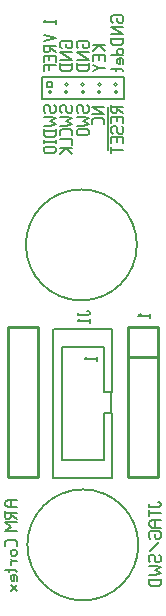
<source format=gbr>
G04 start of page 10 for group -4078 idx -4078 *
G04 Title: (unknown), bottomsilk *
G04 Creator: pcb 20140316 *
G04 CreationDate: Wed 10 Feb 2021 06:13:12 PM GMT UTC *
G04 For: tom *
G04 Format: Gerber/RS-274X *
G04 PCB-Dimensions (mil): 600.00 2100.00 *
G04 PCB-Coordinate-Origin: lower left *
%MOIN*%
%FSLAX25Y25*%
%LNBOTTOMSILK*%
%ADD62C,0.0100*%
%ADD61C,0.0060*%
G54D61*X16500Y173500D02*Y180860D01*
X16570Y180930D01*
X19800Y177700D02*Y179300D01*
X18200D01*
Y177700D01*
X19800D01*
X38500Y171000D02*Y156500D01*
X43570Y180930D02*Y173570D01*
X43500Y173500D01*
X43570Y180930D02*X43070D01*
X43350D02*X16570D01*
X16500Y173500D02*X43500D01*
X24500Y179000D02*G75*G03X24000Y178500I0J-500D01*G01*
G75*G03X24500Y178000I500J0D01*G01*
Y176500D02*G75*G03X24000Y176000I0J-500D01*G01*
G75*G03X24500Y175500I500J0D01*G01*
G75*G03X25000Y176000I0J500D01*G01*
X24500Y176500D02*G75*G02X25000Y176000I0J-500D01*G01*
X24500Y178000D02*G75*G03X25000Y178500I0J500D01*G01*
X24500Y179000D02*G75*G02X25000Y178500I0J-500D01*G01*
X19000Y176500D02*G75*G03X18500Y176000I0J-500D01*G01*
X19000Y176500D02*G75*G02X19500Y176000I0J-500D01*G01*
X18500D02*G75*G03X19000Y175500I500J0D01*G01*
G75*G03X19500Y176000I0J500D01*G01*
X11000Y125000D02*G75*G03X29500Y106500I18500J0D01*G01*
X48000Y125000D02*G75*G02X29500Y106500I-18500J0D01*G01*
X11000Y125000D02*G75*G02X29500Y143500I18500J0D01*G01*
X48000Y125000D02*G75*G03X29500Y143500I-18500J0D01*G01*
X11500Y25000D02*G75*G03X30000Y6500I18500J0D01*G01*
X48500Y25000D02*G75*G02X30000Y6500I-18500J0D01*G01*
X11500Y25000D02*G75*G02X30000Y43500I18500J0D01*G01*
X48500Y25000D02*G75*G03X30000Y43500I-18500J0D01*G01*
Y179000D02*G75*G03X29500Y178500I0J-500D01*G01*
G75*G03X30000Y178000I500J0D01*G01*
G75*G03X30500Y178500I0J500D01*G01*
X30000Y179000D02*G75*G02X30500Y178500I0J-500D01*G01*
X30000Y176500D02*G75*G03X29500Y176000I0J-500D01*G01*
X30000Y176500D02*G75*G02X30500Y176000I0J-500D01*G01*
X29500D02*G75*G03X30000Y175500I500J0D01*G01*
G75*G03X30500Y176000I0J500D01*G01*
X35500Y178000D02*G75*G03X36000Y178500I0J500D01*G01*
X35500Y179000D02*G75*G02X36000Y178500I0J-500D01*G01*
X41000Y179000D02*G75*G03X40500Y178500I0J-500D01*G01*
G75*G03X41000Y178000I500J0D01*G01*
G75*G03X41500Y178500I0J500D01*G01*
X41000Y179000D02*G75*G02X41500Y178500I0J-500D01*G01*
X35500Y179000D02*G75*G03X35000Y178500I0J-500D01*G01*
G75*G03X35500Y178000I500J0D01*G01*
Y176500D02*G75*G03X35000Y176000I0J-500D01*G01*
G75*G03X35500Y175500I500J0D01*G01*
G75*G03X36000Y176000I0J500D01*G01*
X35500Y176500D02*G75*G02X36000Y176000I0J-500D01*G01*
X41000Y176500D02*G75*G03X40500Y176000I0J-500D01*G01*
G75*G03X41000Y175500I500J0D01*G01*
G75*G03X41500Y176000I0J500D01*G01*
X41000Y176500D02*G75*G02X41500Y176000I0J-500D01*G01*
X33000Y171000D02*X37000D01*
X33000D02*X37000Y168500D01*
X33000D02*X37000D01*
Y165300D02*Y166600D01*
X36300Y167300D02*X37000Y166600D01*
X33700Y167300D02*X36300D01*
X33700D02*X33000Y166600D01*
Y165300D02*Y166600D01*
X17000Y169500D02*X17500Y169000D01*
X17000Y169500D02*Y171000D01*
X17500Y171500D02*X17000Y171000D01*
X17500Y171500D02*X18500D01*
X19000Y171000D01*
Y169500D02*Y171000D01*
Y169500D02*X19500Y169000D01*
X20500D01*
X21000Y169500D02*X20500Y169000D01*
X21000Y169500D02*Y171000D01*
X20500Y171500D02*X21000Y171000D01*
X17000Y167800D02*X19000D01*
X21000Y167300D01*
X19000Y166300D01*
X21000Y165300D01*
X19000Y164800D01*
X17000D02*X19000D01*
X17000Y163100D02*X21000D01*
X17000Y161800D02*X17700Y161100D01*
X20300D01*
X21000Y161800D02*X20300Y161100D01*
X21000Y161800D02*Y163600D01*
X17000Y161800D02*Y163600D01*
Y158900D02*Y159900D01*
Y159400D02*X21000D01*
Y158900D02*Y159900D01*
X17500Y157700D02*X20500D01*
X17500D02*X17000Y157200D01*
Y156200D02*Y157200D01*
Y156200D02*X17500Y155700D01*
X20500D01*
X21000Y156200D02*X20500Y155700D01*
X21000Y156200D02*Y157200D01*
X20500Y157700D02*X21000Y157200D01*
X39500Y169500D02*Y171500D01*
Y169500D02*X40000Y169000D01*
X41000D01*
X41500Y169500D02*X41000Y169000D01*
X41500Y169500D02*Y171000D01*
X39500D02*X43500D01*
X41500Y170200D02*X43500Y169000D01*
X41300Y166300D02*Y167800D01*
X43500Y165800D02*Y167800D01*
X39500D02*X43500D01*
X39500Y165800D02*Y167800D01*
Y162600D02*X40000Y162100D01*
X39500Y162600D02*Y164100D01*
X40000Y164600D02*X39500Y164100D01*
X40000Y164600D02*X41000D01*
X41500Y164100D01*
Y162600D02*Y164100D01*
Y162600D02*X42000Y162100D01*
X43000D01*
X43500Y162600D02*X43000Y162100D01*
X43500Y162600D02*Y164100D01*
X43000Y164600D02*X43500Y164100D01*
X41300Y159400D02*Y160900D01*
X43500Y158900D02*Y160900D01*
X39500D02*X43500D01*
X39500Y158900D02*Y160900D01*
Y155700D02*Y157700D01*
Y156700D02*X43500D01*
X28000Y169500D02*X28500Y169000D01*
X28000Y169500D02*Y171000D01*
X28500Y171500D02*X28000Y171000D01*
X28500Y171500D02*X29500D01*
X30000Y171000D01*
Y169500D02*Y171000D01*
Y169500D02*X30500Y169000D01*
X31500D01*
X32000Y169500D02*X31500Y169000D01*
X32000Y169500D02*Y171000D01*
X31500Y171500D02*X32000Y171000D01*
X28000Y167800D02*X30000D01*
X32000Y167300D01*
X30000Y166300D01*
X32000Y165300D01*
X30000Y164800D01*
X28000D02*X30000D01*
X28500Y163600D02*X31500D01*
X28500D02*X28000Y163100D01*
Y162100D02*Y163100D01*
Y162100D02*X28500Y161600D01*
X31500D01*
X32000Y162100D02*X31500Y161600D01*
X32000Y162100D02*Y163100D01*
X31500Y163600D02*X32000Y163100D01*
X22500Y169500D02*X23000Y169000D01*
X22500Y169500D02*Y171000D01*
X23000Y171500D02*X22500Y171000D01*
X23000Y171500D02*X24000D01*
X24500Y171000D01*
Y169500D02*Y171000D01*
Y169500D02*X25000Y169000D01*
X26000D01*
X26500Y169500D02*X26000Y169000D01*
X26500Y169500D02*Y171000D01*
X26000Y171500D02*X26500Y171000D01*
X22500Y167800D02*X24500D01*
X26500Y167300D01*
X24500Y166300D01*
X26500Y165300D01*
X24500Y164800D01*
X22500D02*X24500D01*
X26500Y161600D02*Y162900D01*
X25800Y163600D02*X26500Y162900D01*
X23200Y163600D02*X25800D01*
X23200D02*X22500Y162900D01*
Y161600D02*Y162900D01*
Y160400D02*X26500D01*
Y158400D02*Y160400D01*
X22500Y157200D02*X26500D01*
X24500D02*X22500Y155200D01*
X24500Y157200D02*X26500Y155200D01*
X49300Y102000D02*X48500Y101200D01*
X52500D01*
Y100500D02*Y102000D01*
X31450Y87720D02*X30650Y86920D01*
X34650D01*
Y86220D02*Y87720D01*
X22500Y191000D02*X23000Y190500D01*
X22500Y191000D02*Y192500D01*
X23000Y193000D02*X22500Y192500D01*
X23000Y193000D02*X26000D01*
X26500Y192500D01*
Y191000D02*Y192500D01*
Y191000D02*X26000Y190500D01*
X25000D02*X26000D01*
X24500Y191000D02*X25000Y190500D01*
X24500Y191000D02*Y192000D01*
X22500Y189300D02*X26500D01*
X22500D02*X26500Y186800D01*
X22500D02*X26500D01*
X22500Y185100D02*X26500D01*
X22500Y183800D02*X23200Y183100D01*
X25800D01*
X26500Y183800D02*X25800Y183100D01*
X26500Y183800D02*Y185600D01*
X22500Y183800D02*Y185600D01*
X28000Y191000D02*X28500Y190500D01*
X28000Y191000D02*Y192500D01*
X28500Y193000D02*X28000Y192500D01*
X28500Y193000D02*X31500D01*
X32000Y192500D01*
Y191000D02*Y192500D01*
Y191000D02*X31500Y190500D01*
X30500D02*X31500D01*
X30000Y191000D02*X30500Y190500D01*
X30000Y191000D02*Y192000D01*
X28000Y189300D02*X32000D01*
X28000D02*X32000Y186800D01*
X28000D02*X32000D01*
X28000Y185100D02*X32000D01*
X28000Y183800D02*X28700Y183100D01*
X31300D01*
X32000Y183800D02*X31300Y183100D01*
X32000Y183800D02*Y185600D01*
X28000Y183800D02*Y185600D01*
X33500Y191500D02*X37500D01*
X35500D02*X33500Y189500D01*
X35500Y191500D02*X37500Y189500D01*
X35300Y186800D02*Y188300D01*
X37500Y186300D02*Y188300D01*
X33500D02*X37500D01*
X33500Y186300D02*Y188300D01*
Y185100D02*X35500Y184100D01*
X33500Y183100D01*
X35500Y184100D02*X37500D01*
X39500Y199500D02*X40000Y199000D01*
X39500Y199500D02*Y201000D01*
X40000Y201500D02*X39500Y201000D01*
X40000Y201500D02*X43000D01*
X43500Y201000D01*
Y199500D02*Y201000D01*
Y199500D02*X43000Y199000D01*
X42000D02*X43000D01*
X41500Y199500D02*X42000Y199000D01*
X41500Y199500D02*Y200500D01*
X39500Y197800D02*X43500D01*
X39500D02*X43500Y195300D01*
X39500D02*X43500D01*
X39500Y193600D02*X43500D01*
X39500Y192300D02*X40200Y191600D01*
X42800D01*
X43500Y192300D02*X42800Y191600D01*
X43500Y192300D02*Y194100D01*
X39500Y192300D02*Y194100D01*
Y188400D02*X43500D01*
Y188900D02*X43000Y188400D01*
X43500Y188900D02*Y189900D01*
X43000Y190400D02*X43500Y189900D01*
X42000Y190400D02*X43000D01*
X42000D02*X41500Y189900D01*
Y188900D02*Y189900D01*
Y188900D02*X42000Y188400D01*
X43500Y185200D02*Y186700D01*
X43000Y187200D02*X43500Y186700D01*
X42000Y187200D02*X43000D01*
X42000D02*X41500Y186700D01*
Y185700D02*Y186700D01*
Y185700D02*X42000Y185200D01*
X42500D02*Y187200D01*
X42000Y185200D02*X42500D01*
X39500Y183500D02*X43000D01*
X43500Y183000D01*
X41000D02*Y184000D01*
X17000Y195000D02*X21000Y194000D01*
X17000Y193000D01*
Y189800D02*Y191800D01*
Y189800D02*X17500Y189300D01*
X18500D01*
X19000Y189800D02*X18500Y189300D01*
X19000Y189800D02*Y191300D01*
X17000D02*X21000D01*
X19000Y190500D02*X21000Y189300D01*
X18800Y186600D02*Y188100D01*
X21000Y186100D02*Y188100D01*
X17000D02*X21000D01*
X17000Y186100D02*Y188100D01*
Y184900D02*X21000D01*
X17000Y182900D02*Y184900D01*
X18800Y183400D02*Y184900D01*
X17800Y200000D02*X17000Y199200D01*
X21000D01*
Y198500D02*Y200000D01*
X52000Y37700D02*Y38500D01*
Y37700D02*X55500D01*
X56000Y38200D02*X55500Y37700D01*
X56000Y38200D02*Y38700D01*
X55500Y39200D02*X56000Y38700D01*
X55000Y39200D02*X55500D01*
X52000Y34500D02*Y36500D01*
Y35500D02*X56000D01*
X53000Y33300D02*X56000D01*
X53000D02*X52000Y32600D01*
Y31500D02*Y32600D01*
Y31500D02*X53000Y30800D01*
X56000D01*
X54000D02*Y33300D01*
X52000Y27600D02*X52500Y27100D01*
X52000Y27600D02*Y29100D01*
X52500Y29600D02*X52000Y29100D01*
X52500Y29600D02*X55500D01*
X56000Y29100D01*
Y27600D02*Y29100D01*
Y27600D02*X55500Y27100D01*
X54500D02*X55500D01*
X54000Y27600D02*X54500Y27100D01*
X54000Y27600D02*Y28600D01*
X55500Y25900D02*X52500Y22900D01*
X52000Y19700D02*X52500Y19200D01*
X52000Y19700D02*Y21200D01*
X52500Y21700D02*X52000Y21200D01*
X52500Y21700D02*X53500D01*
X54000Y21200D01*
Y19700D02*Y21200D01*
Y19700D02*X54500Y19200D01*
X55500D01*
X56000Y19700D02*X55500Y19200D01*
X56000Y19700D02*Y21200D01*
X55500Y21700D02*X56000Y21200D01*
X52000Y18000D02*X54000D01*
X56000Y17500D01*
X54000Y16500D01*
X56000Y15500D01*
X54000Y15000D01*
X52000D02*X54000D01*
X52000Y13300D02*X56000D01*
X52000Y12000D02*X52700Y11300D01*
X55300D01*
X56000Y12000D02*X55300Y11300D01*
X56000Y12000D02*Y13800D01*
X52000Y12000D02*Y13800D01*
X5000Y40000D02*X8000D01*
X5000D02*X4000Y39300D01*
Y38200D02*Y39300D01*
Y38200D02*X5000Y37500D01*
X8000D01*
X6000D02*Y40000D01*
X4000Y34300D02*Y36300D01*
Y34300D02*X4500Y33800D01*
X5500D01*
X6000Y34300D02*X5500Y33800D01*
X6000Y34300D02*Y35800D01*
X4000D02*X8000D01*
X6000Y35000D02*X8000Y33800D01*
X4000Y32600D02*X8000D01*
X4000D02*X6000Y31100D01*
X4000Y29600D01*
X8000D01*
Y24600D02*Y25900D01*
X7300Y26600D02*X8000Y25900D01*
X4700Y26600D02*X7300D01*
X4700D02*X4000Y25900D01*
Y24600D02*Y25900D01*
X6500Y23400D02*X7500D01*
X6500D02*X6000Y22900D01*
Y21900D02*Y22900D01*
Y21900D02*X6500Y21400D01*
X7500D01*
X8000Y21900D02*X7500Y21400D01*
X8000Y21900D02*Y22900D01*
X7500Y23400D02*X8000Y22900D01*
X6500Y19700D02*X8000D01*
X6500D02*X6000Y19200D01*
Y18200D02*Y19200D01*
Y20200D02*X6500Y19700D01*
X4000Y16500D02*X7500D01*
X8000Y16000D01*
X5500D02*Y17000D01*
X8000Y13000D02*Y14500D01*
X7500Y15000D02*X8000Y14500D01*
X6500Y15000D02*X7500D01*
X6500D02*X6000Y14500D01*
Y13500D02*Y14500D01*
Y13500D02*X6500Y13000D01*
X7000D02*Y15000D01*
X6500Y13000D02*X7000D01*
X6000Y11800D02*X8000Y9800D01*
Y11800D02*X6000Y9800D01*
X22914Y91003D02*Y53209D01*
X37086Y91003D02*Y76043D01*
Y68957D02*Y53209D01*
X22914D02*X37086D01*
X22914Y91003D02*X37086D01*
X20158Y96909D02*Y47304D01*
X39842Y96909D02*Y76043D01*
Y68957D02*Y47304D01*
X20256Y47205D02*X39842D01*
X20256Y97007D02*X39842D01*
X39448Y76043D02*X39842D01*
X37086D02*X39448D01*
X37086Y68957D02*X39448D01*
X39842D01*
X39448Y76043D02*Y68957D01*
G54D62*X55000Y97500D02*Y47500D01*
X45000D02*X55000D01*
X45000Y97500D02*Y47500D01*
Y97500D02*X55000D01*
X45000D02*Y87500D01*
X55000D01*
X15000Y97500D02*Y47500D01*
X5000D02*X15000D01*
X5000Y97500D02*Y47500D01*
Y97500D02*X15000D01*
X5000D02*Y87500D01*
G54D61*X28330Y101560D02*Y102360D01*
Y101560D02*X31830D01*
X32330Y102060D02*X31830Y101560D01*
X32330Y102060D02*Y102560D01*
X31830Y103060D02*X32330Y102560D01*
X31330Y103060D02*X31830D01*
X29130Y100360D02*X28330Y99560D01*
X32330D01*
Y98860D02*Y100360D01*
M02*

</source>
